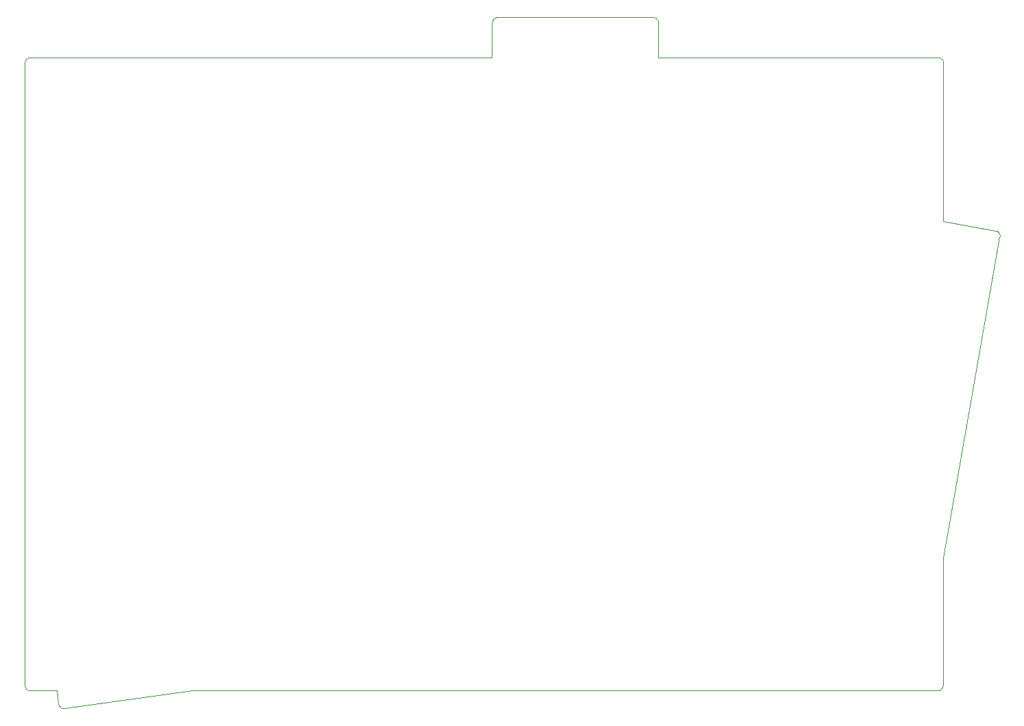
<source format=gm1>
G04 #@! TF.GenerationSoftware,KiCad,Pcbnew,(6.0.4)*
G04 #@! TF.CreationDate,2022-07-03T01:05:05+02:00*
G04 #@! TF.ProjectId,Klotz,4b6c6f74-7a2e-46b6-9963-61645f706362,0.2*
G04 #@! TF.SameCoordinates,Original*
G04 #@! TF.FileFunction,Profile,NP*
%FSLAX46Y46*%
G04 Gerber Fmt 4.6, Leading zero omitted, Abs format (unit mm)*
G04 Created by KiCad (PCBNEW (6.0.4)) date 2022-07-03 01:05:05*
%MOMM*%
%LPD*%
G01*
G04 APERTURE LIST*
G04 #@! TA.AperFunction,Profile*
%ADD10C,0.050000*%
G04 #@! TD*
%ADD11C,0.050000*%
G04 APERTURE END LIST*
D10*
X198401458Y-73810834D02*
X198401458Y-54258125D01*
X204830833Y-74948542D02*
X204830833Y-74948542D01*
X204830833Y-74948542D02*
X204830833Y-74948542D01*
X85556667Y-131807500D02*
X88811042Y-131807500D01*
X105559167Y-131807500D02*
X197660625Y-131807500D01*
D11*
X85556667Y-53543750D02*
X85483241Y-53547412D01*
X85412024Y-53558167D01*
X85343366Y-53575666D01*
X85277614Y-53599560D01*
X85215118Y-53629500D01*
X85156226Y-53665137D01*
X85101287Y-53706123D01*
X85050651Y-53752109D01*
X85004665Y-53802745D01*
X84963679Y-53857684D01*
X84928042Y-53916576D01*
X84898102Y-53979072D01*
X84874208Y-54044824D01*
X84856709Y-54113482D01*
X84845954Y-54184699D01*
X84842292Y-54258125D01*
D10*
X89790000Y-134030000D02*
X105559167Y-131807500D01*
D11*
X84842292Y-131093125D02*
X84845954Y-131166550D01*
X84856709Y-131237767D01*
X84874208Y-131306425D01*
X84898102Y-131372177D01*
X84928042Y-131434673D01*
X84963679Y-131493565D01*
X85004665Y-131548504D01*
X85050651Y-131599140D01*
X85101287Y-131645126D01*
X85156226Y-131686112D01*
X85215118Y-131721749D01*
X85277614Y-131751689D01*
X85343366Y-131775583D01*
X85412024Y-131793082D01*
X85483241Y-131803837D01*
X85556667Y-131807500D01*
X205360000Y-75768750D02*
X205375858Y-75694717D01*
X205383926Y-75621730D01*
X205384475Y-75550216D01*
X205377776Y-75480602D01*
X205364101Y-75413313D01*
X205343721Y-75348775D01*
X205316908Y-75287416D01*
X205283932Y-75229661D01*
X205245064Y-75175937D01*
X205200577Y-75126670D01*
X205150742Y-75082287D01*
X205095829Y-75043213D01*
X205036111Y-75009875D01*
X204971857Y-74982700D01*
X204903341Y-74962113D01*
X204830833Y-74948542D01*
D10*
X142627292Y-53543750D02*
X85556667Y-53543750D01*
X198375000Y-115350417D02*
X199142292Y-111011250D01*
X198375000Y-131093125D02*
X198375000Y-115350417D01*
X84842292Y-54258125D02*
X84842292Y-131093125D01*
D11*
X143341667Y-48569584D02*
X143268241Y-48573246D01*
X143197024Y-48584001D01*
X143128366Y-48601500D01*
X143062614Y-48625394D01*
X143000118Y-48655334D01*
X142941226Y-48690971D01*
X142886287Y-48731957D01*
X142835651Y-48777943D01*
X142789665Y-48828579D01*
X142748679Y-48883518D01*
X142713042Y-48942410D01*
X142683102Y-49004906D01*
X142659208Y-49070658D01*
X142641709Y-49139316D01*
X142630954Y-49210533D01*
X142627292Y-49283959D01*
X89022708Y-133421459D02*
X89040626Y-133493986D01*
X89064359Y-133562639D01*
X89093517Y-133627260D01*
X89127714Y-133687695D01*
X89166562Y-133743790D01*
X89209673Y-133795389D01*
X89256660Y-133842337D01*
X89307135Y-133884479D01*
X89360710Y-133921660D01*
X89416999Y-133953726D01*
X89475613Y-133980520D01*
X89536165Y-134001888D01*
X89598267Y-134017675D01*
X89661532Y-134027726D01*
X89725572Y-134031886D01*
X89790000Y-134030000D01*
X197660625Y-131807500D02*
X197734050Y-131803837D01*
X197805267Y-131793082D01*
X197873925Y-131775583D01*
X197939677Y-131751689D01*
X198002173Y-131721749D01*
X198061065Y-131686112D01*
X198116004Y-131645126D01*
X198166640Y-131599140D01*
X198212626Y-131548504D01*
X198253612Y-131493565D01*
X198289249Y-131434673D01*
X198319189Y-131372177D01*
X198343083Y-131306425D01*
X198360582Y-131237767D01*
X198371337Y-131166550D01*
X198375000Y-131093125D01*
D10*
X142627292Y-49283959D02*
X142627292Y-53543750D01*
X88811042Y-131807500D02*
X89022708Y-133421459D01*
X199142292Y-111011250D02*
X205360000Y-75768750D01*
X163185417Y-53543750D02*
X163185417Y-49283959D01*
X162471042Y-48569584D02*
X143341667Y-48569584D01*
D11*
X163185417Y-49283959D02*
X163181754Y-49210533D01*
X163170999Y-49139316D01*
X163153500Y-49070658D01*
X163129606Y-49004906D01*
X163099666Y-48942410D01*
X163064029Y-48883518D01*
X163023043Y-48828579D01*
X162977057Y-48777943D01*
X162926421Y-48731957D01*
X162871482Y-48690971D01*
X162812590Y-48655334D01*
X162750094Y-48625394D01*
X162684342Y-48601500D01*
X162615684Y-48584001D01*
X162544467Y-48573246D01*
X162471042Y-48569584D01*
D10*
X204830833Y-74948542D02*
X198401458Y-73810834D01*
X197687083Y-53543750D02*
X163185417Y-53543750D01*
D11*
X198401458Y-54258125D02*
X198397795Y-54184699D01*
X198387040Y-54113482D01*
X198369541Y-54044824D01*
X198345647Y-53979072D01*
X198315707Y-53916576D01*
X198280070Y-53857684D01*
X198239084Y-53802745D01*
X198193098Y-53752109D01*
X198142462Y-53706123D01*
X198087523Y-53665137D01*
X198028631Y-53629500D01*
X197966135Y-53599560D01*
X197900383Y-53575666D01*
X197831725Y-53558167D01*
X197760508Y-53547412D01*
X197687083Y-53543750D01*
M02*

</source>
